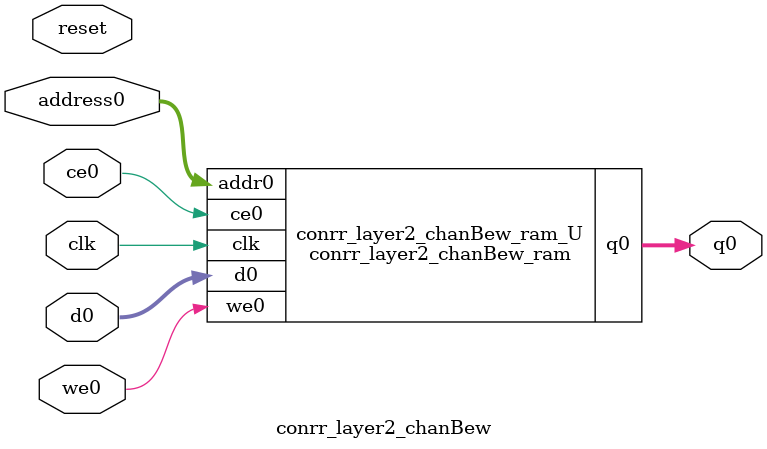
<source format=v>
`timescale 1 ns / 1 ps
module conrr_layer2_chanBew_ram (addr0, ce0, d0, we0, q0,  clk);

parameter DWIDTH = 12;
parameter AWIDTH = 13;
parameter MEM_SIZE = 5508;

input[AWIDTH-1:0] addr0;
input ce0;
input[DWIDTH-1:0] d0;
input we0;
output reg[DWIDTH-1:0] q0;
input clk;

(* ram_style = "block" *)reg [DWIDTH-1:0] ram[0:MEM_SIZE-1];




always @(posedge clk)  
begin 
    if (ce0) 
    begin
        if (we0) 
        begin 
            ram[addr0] <= d0; 
        end 
        q0 <= ram[addr0];
    end
end


endmodule

`timescale 1 ns / 1 ps
module conrr_layer2_chanBew(
    reset,
    clk,
    address0,
    ce0,
    we0,
    d0,
    q0);

parameter DataWidth = 32'd12;
parameter AddressRange = 32'd5508;
parameter AddressWidth = 32'd13;
input reset;
input clk;
input[AddressWidth - 1:0] address0;
input ce0;
input we0;
input[DataWidth - 1:0] d0;
output[DataWidth - 1:0] q0;



conrr_layer2_chanBew_ram conrr_layer2_chanBew_ram_U(
    .clk( clk ),
    .addr0( address0 ),
    .ce0( ce0 ),
    .we0( we0 ),
    .d0( d0 ),
    .q0( q0 ));

endmodule


</source>
